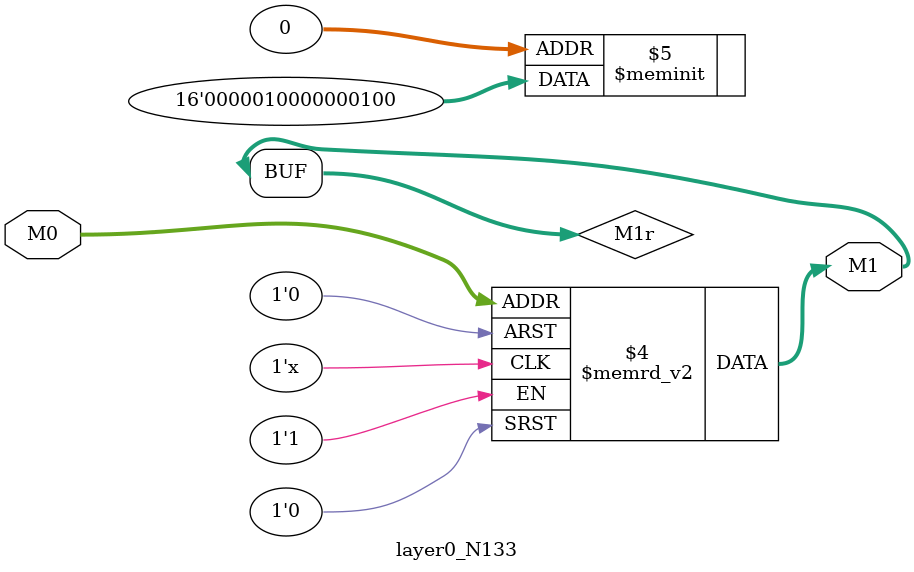
<source format=v>
module layer0_N133 ( input [2:0] M0, output [1:0] M1 );

	(*rom_style = "distributed" *) reg [1:0] M1r;
	assign M1 = M1r;
	always @ (M0) begin
		case (M0)
			3'b000: M1r = 2'b00;
			3'b100: M1r = 2'b00;
			3'b010: M1r = 2'b00;
			3'b110: M1r = 2'b00;
			3'b001: M1r = 2'b01;
			3'b101: M1r = 2'b01;
			3'b011: M1r = 2'b00;
			3'b111: M1r = 2'b00;

		endcase
	end
endmodule

</source>
